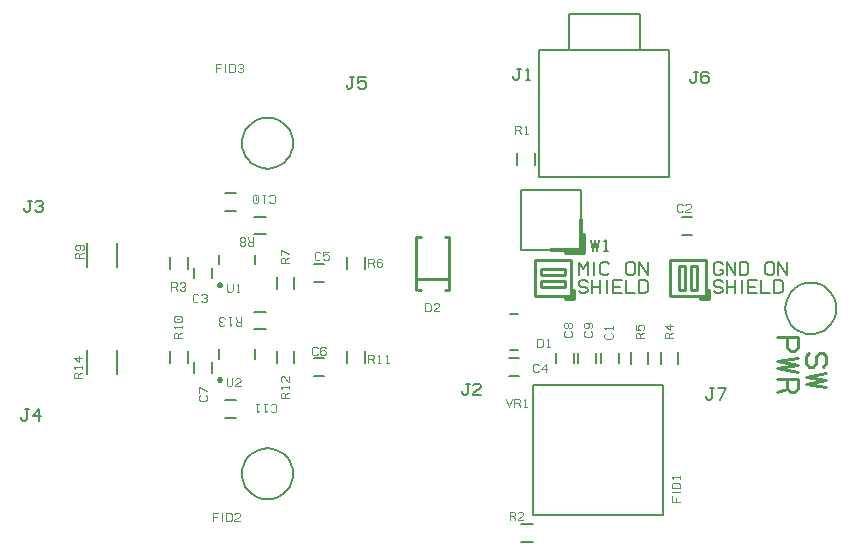
<source format=gbr>
%FSTAX24Y24*%
%MOIN*%
%IN SILK1.GBR *%
%ADD10C,0.0046*%
%ADD11C,0.0060*%
%ADD12C,0.0064*%
%ADD13C,0.0070*%
%ADD14C,0.0071*%
%ADD15C,0.0080*%
%ADD16C,0.0090*%
%ADD17C,0.0100*%
%ADD18C,0.0114*%
%ADD19C,0.0120*%
%ADD20C,0.0140*%
D15*X02017Y006647D02*G01Y006987D01*X01957Y006647D02*Y006987D01*
X007401Y012308D02*X00706D01*X007401Y011708D02*X00706D01*
X007401Y005418D02*X00706D01*X007401Y004818D02*X00706D01*
X022271Y01092D02*X022611D01*X022271Y01152D02*X022611D01*
X006599Y009475D02*Y009816D01*X005999Y009475D02*Y009816D01*
X016849Y006796D02*X016509D01*X016849Y006196D02*X016509D01*
X010353Y009946D02*X010013D01*X010353Y009346D02*X010013D01*
X010353Y006796D02*X010013D01*X010353Y006196D02*X010013D01*
X006599Y006326D02*Y006666D01*X005999Y006326D02*Y006666D01*
X01867Y006647D02*Y006987D01*X01807Y006647D02*Y006987D01*
X01942Y006647D02*Y006987D01*X01882Y006647D02*Y006987D01*D13*
X016831Y008268D02*X016535D01*X016831Y007087D02*X016535D01*D17*
X013421Y009084D02*Y010856D01*X013571D01*X014374D02*X014524D01*
Y009084D01*X014374D01*X013571D02*X013471D01*X014524Y009456D02*
X013424D01*D14*X023634Y009934D02*X023562Y010005D01*X023419D01*
X023348Y009934D01*Y009648D01*X023419Y009576D01*X023562D01*
X023634Y009648D01*Y009755D01*X023562D01*X023776Y009576D02*Y010005D01*
X024062Y009576D01*Y010005D01*X024491Y009934D02*X024419Y010005D01*
X024205D01*Y009576D01*X024419D01*X024491Y009648D01*Y009934D01*
X025348D02*X025276Y010005D01*X025134D01*X025062Y009934D01*Y009648D01*
X025134Y009576D01*X025276D01*X025348Y009648D01*Y009934D01*
X025491Y009576D02*Y010005D01*X025776Y009576D01*Y010005D01*D13*
X019685Y012835D02*X02185D01*Y017087D01*X01752D01*Y012835D01*X019685D01*
Y017087D02*X020866D01*Y018268D01*X018504D01*Y017087D01*X019685D01*
X007615Y002953D02*X007627Y002805D01*X007666Y002662D01*
X007728Y002528D01*X007813Y002406D01*X007918Y002302D01*X00804Y002217D01*
X008174Y002154D01*X008317Y002116D01*X008465Y002103D01*
X008612Y002116D01*X008755Y002154D01*X00889Y002217D01*X009011Y002302D01*
X009116Y002406D01*X009201Y002528D01*X009263Y002662D01*
X009302Y002805D01*X009315Y002953D01*X009302Y0031D01*X009263Y003243D01*
X009201Y003378D01*X009116Y003499D01*X009011Y003604D01*X00889Y003689D01*
X008755Y003751D01*X008612Y00379D01*X008465Y003803D01*X008317Y00379D01*
X008174Y003751D01*X00804Y003689D01*X007918Y003604D01*X007813Y003499D01*
X007728Y003378D01*X007666Y003243D01*X007627Y0031D01*X007615Y002953D01*
Y013976D02*X007627Y013829D01*X007666Y013686D01*X007728Y013551D01*
X007813Y01343D01*X007918Y013325D01*X00804Y01324D01*X008174Y013178D01*
X008317Y013139D01*X008465Y013126D01*X008612Y013139D01*
X008755Y013178D01*X00889Y01324D01*X009011Y013325D01*X009116Y01343D01*
X009201Y013551D01*X009263Y013686D01*X009302Y013829D01*
X009315Y013976D01*X009302Y014124D01*X009263Y014267D01*
X009201Y014401D01*X009116Y014523D01*X009011Y014628D01*X00889Y014712D01*
X008755Y014775D01*X008612Y014813D01*X008465Y014826D01*
X008317Y014813D01*X008174Y014775D01*X00804Y014712D01*X007918Y014628D01*
X007813Y014523D01*X007728Y014401D01*X007666Y014267D01*
X007627Y014124D01*X007615Y013976D01*X025725Y008465D02*
X025738Y008317D01*X025776Y008174D01*X025839Y00804D01*X025924Y007918D01*
X026028Y007813D01*X02615Y007728D01*X026284Y007666D01*X026427Y007627D01*
X026575Y007615D01*X026722Y007627D01*X026866Y007666D01*X027Y007728D01*
X027121Y007813D01*X027226Y007918D01*X027311Y00804D01*X027374Y008174D01*
X027412Y008317D01*X027425Y008465D01*X027412Y008612D01*
X027374Y008755D01*X027311Y00889D01*X027226Y009011D01*X027121Y009116D01*
X027Y009201D01*X026866Y009263D01*X026722Y009302D01*X026575Y009315D01*
X026427Y009302D01*X026284Y009263D01*X02615Y009201D01*X026028Y009116D01*
X025924Y009011D01*X025839Y00889D01*X025776Y008755D01*X025738Y008612D01*
X025725Y008465D01*D14*X018848Y009576D02*Y010005D01*X018991Y009791D01*
X019134Y010005D01*Y009576D01*X019348D02*Y010005D01*X019848Y009934D02*
X019776Y010005D01*X019634D01*X019562Y009934D01*Y009648D01*
X019634Y009576D01*X019776D01*X019848Y009648D01*X020705Y009934D02*
X020634Y010005D01*X020491D01*X020419Y009934D01*Y009648D01*
X020491Y009576D01*X020634D01*X020705Y009648D01*Y009934D01*
X020848Y009576D02*Y010005D01*X021134Y009576D01*Y010005D01*D18*
X02545Y0075D02*X026136D01*Y007157D01*X026021Y007043D01*X025907D01*
X025793Y007157D01*Y0075D01*X026136Y006815D02*X02545Y0067D01*
X026136Y006586D01*X02545Y006472D01*X026136Y006357D01*X02545Y006129D02*
X026136D01*Y005786D01*X026021Y005672D01*X025907D01*X025793Y005786D01*
X02545Y005672D01*X025793Y005786D02*Y006129D01*D15*X016791Y013648D02*
Y013248D01*X017371Y013648D02*Y013248D01*X005222Y007037D02*Y006637D01*
X005802Y007037D02*Y006637D01*X011127Y007037D02*Y006637D01*
X011707Y007037D02*Y006637D01*X008765Y007037D02*Y006637D01*
X009345Y007037D02*Y006637D01*X008415Y008361D02*X008015D01*
X008415Y007781D02*X008015D01*X002463Y007093D02*Y006293D01*
X003443Y007093D02*Y006293D01*X017326Y001274D02*X016926D01*
X017326Y000694D02*X016926D01*X005222Y010186D02*Y009786D01*
X005802Y010186D02*Y009786D01*X02216Y006617D02*Y007017D01*
X02158Y006617D02*Y007017D01*X02116Y006617D02*Y007017D01*
X02058Y006617D02*Y007017D01*X011127Y010186D02*Y009786D01*
X011707Y010186D02*Y009786D01*X009345Y009105D02*Y009505D01*
X008765Y009105D02*Y009505D01*X008415Y01151D02*X008015D01*
X008415Y01093D02*X008015D01*X003443Y009836D02*Y010636D01*
X002463Y009836D02*Y010636D01*D14*X019134Y009334D02*X019062Y009405D01*
X018919D01*X018848Y009334D01*Y009262D01*X018919Y009191D01*X019062D01*
X019134Y009119D01*Y009048D01*X019062Y008976D01*X018919D01*
X018848Y009048D01*X019276Y009405D02*Y009191D01*Y008976D01*Y009191D02*
X019562D01*Y009405D01*Y009191D02*Y008976D01*X019776D02*Y009405D01*
X020276D02*X019991D01*Y009191D01*Y008976D01*X020276D01*
X019991Y009191D02*X020205D01*X020419Y009405D02*Y008976D01*X020705D01*
X021134Y009334D02*X021062Y009405D01*X020848D01*Y008976D01*X021062D01*
X021134Y009048D01*Y009334D01*X023634D02*X023562Y009405D01*X023419D01*
X023348Y009334D01*Y009262D01*X023419Y009191D01*X023562D01*
X023634Y009119D01*Y009048D01*X023562Y008976D01*X023419D01*
X023348Y009048D01*X023776Y009405D02*Y009191D01*Y008976D01*Y009191D02*
X024062D01*Y009405D01*Y009191D02*Y008976D01*X024276D02*Y009405D01*
X024776D02*X024491D01*Y009191D01*Y008976D01*X024776D01*
X024491Y009191D02*X024705D01*X024919Y009405D02*Y008976D01*X025205D01*
X025634Y009334D02*X025562Y009405D01*X025348D01*Y008976D01*X025562D01*
X025634Y009048D01*Y009334D01*D18*X026982Y006527D02*X027096Y006642D01*
Y00687D01*X026982Y006985D01*X026868D01*X026753Y00687D01*Y006642D01*
X026639Y006527D01*X026525D01*X026411Y006642D01*Y00687D01*
X026525Y006985D01*X027096Y006299D02*X026411Y006185D01*X027096Y00607D01*
X026411Y005956D01*X027096Y005842D01*D11*X00686Y010256D02*Y009941D01*
X008061Y010256D02*Y009941D01*D16*X006811Y009248D02*X006817Y009223D01*
X006836Y009205D01*X006861Y009198D01*X006886Y009205D01*
X006904Y009223D01*X006911Y009248D01*X006904Y009273D01*
X006886Y009292D01*X006861Y009298D01*X006836Y009292D01*
X006817Y009273D01*X006811Y009248D01*D11*X00686Y007106D02*Y006791D01*
X008061Y007106D02*Y006791D01*D16*X006811Y006099D02*X006817Y006074D01*
X006836Y006056D01*X006861Y006049D01*X006886Y006056D01*
X006904Y006074D01*X006911Y006099D01*X006904Y006124D01*
X006886Y006142D01*X006861Y006149D01*X006836Y006142D01*
X006817Y006124D01*X006811Y006099D01*D13*X019488Y001575D02*X021654D01*
Y005906D01*X017323D01*Y001575D01*X019488D01*X018913Y012417D02*
X016913D01*Y010417D01*X018913D01*D19*X017913D01*D13*X018913D02*
Y012417D01*D19*Y010417D02*Y011417D01*D17*X017976Y009576D02*X018376D01*
Y009776D01*X017576D01*Y009576D01*X017976D01*Y009176D02*X018376D01*
Y009376D01*X017576D01*Y009176D01*X017976D01*Y008876D02*X018576D01*
Y010076D01*X017376D01*Y008876D01*X017976D01*X018376D02*Y008776D01*
X018413Y008817D01*X018376Y008776D02*X018676D01*X018626D01*X018676D02*
Y009076D01*X018576D01*X018676Y008776D02*Y008876D01*X018576D01*
Y008776D01*X018626D01*D20*X019013Y010917D02*Y010317D01*X018413D01*D17*
X022476Y008876D02*X023076D01*Y010076D01*X021876D01*Y008876D01*
X022476D01*X022176Y009476D02*Y009076D01*X022376D01*Y009876D01*
X022176D01*Y009476D01*X022576D02*Y009076D01*X022776D01*Y009876D01*
X022576D01*Y009476D01*X023176Y008776D02*Y009076D01*X022876Y008776D02*
X023176D01*X023126D01*X023176D02*Y008876D01*X023076D01*Y008776D01*
X023126D01*X022876D02*Y008876D01*X023076Y009076D02*X023176D01*D10*
X019739Y007638D02*X019693Y007592D01*Y007501D01*X019739Y007455D01*
X019921D01*X019967Y007501D01*Y007592D01*X019921Y007638D01*
X019739Y007775D02*X019693Y007821D01*X019967D01*Y007867D01*Y007821D02*
Y007775D01*X008528Y012027D02*X008574Y011981D01*X008665D01*
X008711Y012027D01*Y01221D01*X008665Y012255D01*X008574D01*
X008528Y01221D01*X008391Y012027D02*X008345Y011981D01*Y012255D01*
X008299D01*X008345D02*X008391D01*X007979Y012027D02*X008025Y011981D01*
X008117D01*X008162Y012027D01*Y01221D01*X008117Y012255D01*X008025D01*
X007979Y01221D01*Y012027D01*X008071Y012073D02*Y012164D01*
X008577Y00505D02*X008622Y005004D01*X008714D01*X008759Y00505D01*
Y005232D01*X008714Y005278D01*X008622D01*X008577Y005232D01*
X008439Y00505D02*X008394Y005004D01*Y005278D01*X008348D01*X008394D02*
X008439D01*X008165Y00505D02*X008119Y005004D01*Y005278D01*X008074D01*
X008119D02*X008165D01*X022305Y011905D02*X022259Y011951D01*X022168D01*
X022122Y011905D01*Y011722D01*X022168Y011676D01*X022259D01*
X022305Y011722D01*X022396Y011905D02*X022442Y011951D01*X022534D01*
X022579Y011905D01*Y011859D01*X022534Y011814D01*X022396Y011722D01*
Y011676D01*X022579D01*X006163Y008906D02*X006117Y008951D01*X006026D01*
X00598Y008906D01*Y008723D01*X006026Y008677D01*X006117D01*
X006163Y008723D01*X006254Y008906D02*X0063Y008951D01*X006391D01*
X006437Y008906D01*Y00886D01*X006391Y008814D01*X006437Y008769D01*
Y008723D01*X006391Y008677D01*X0063D01*X006254Y008723D01*
X006391Y008814D02*X006346D01*X017506Y00657D02*X01746Y006615D01*
X017369D01*X017323Y00657D01*Y006387D01*X017369Y006341D01*X01746D01*
X017506Y006387D01*X017734Y006341D02*Y006615D01*X017597Y006455D01*
X01778D01*X010231Y010312D02*X010185Y010357D01*X010094D01*
X010048Y010312D01*Y010129D01*X010094Y010083D01*X010185D01*
X010231Y010129D01*X010505Y010357D02*X010322D01*Y01022D01*
X010368Y010266D01*X010459D01*X010505Y01022D01*Y010129D01*
X010459Y010083D01*X010368D01*X010322Y010129D01*X010133Y007132D02*
X010087Y007178D01*X009996D01*X00995Y007132D01*Y006949D01*
X009996Y006904D01*X010087D01*X010133Y006949D01*X010407Y007132D02*
X010361Y007178D01*X01027D01*X010224Y007132D01*Y006949D01*
X01027Y006904D01*X010361D01*X010407Y006949D01*Y007018D01*
X010361Y007064D01*X01027D01*X010224Y007018D01*X006218Y005567D02*
X006172Y005521D01*Y00543D01*X006218Y005384D01*X006401D01*
X006447Y00543D01*Y005521D01*X006401Y005567D01*X006172Y005658D02*
Y005841D01*X006447Y005704D01*X018392Y007705D02*X018346Y007659D01*
Y007568D01*X018392Y007522D01*X018574D01*X01862Y007568D01*Y007659D01*
X018574Y007705D01*X018483Y007934D02*X018437Y007979D01*X018392D01*
X018346Y007934D01*Y007842D01*X018392Y007796D01*X018437D01*
X018483Y007842D01*Y007934D01*X018529Y007979D01*X018574D01*
X01862Y007934D01*Y007842D01*X018574Y007796D01*X018529D01*
X018483Y007842D01*X019052Y007705D02*X019006Y007659D01*Y007568D01*
X019052Y007522D01*X019234D01*X01928Y007568D01*Y007659D01*
X019234Y007705D01*Y007796D02*X01928Y007842D01*Y007934D01*
X019234Y007979D01*X019052D01*X019006Y007934D01*Y007842D01*
X019052Y007796D01*X01912D01*X019166Y007842D01*Y007934D01*
X01912Y007979D01*X017646Y007415D02*X0176Y00746D01*X017463D01*
Y007186D01*X0176D01*X017646Y007232D01*Y007415D01*X017783D02*
X017829Y00746D01*Y007186D01*X017874D01*X017829D02*X017783D01*
X013907Y008594D02*X013861Y00864D01*X013724D01*Y008366D01*X013861D01*
X013907Y008411D01*Y008594D01*X013998D02*X014044Y00864D01*X014135D01*
X014181Y008594D01*Y008548D01*X014135Y008503D01*X013998Y008411D01*
Y008366D01*X014181D01*X021933Y002197D02*Y002014D01*X02207D01*
X022207D01*X02207D02*Y002151D01*X022207Y002334D02*X021933D01*
X021979Y002654D02*X021933Y002609D01*Y002471D01*X022207D01*Y002609D01*
X022162Y002654D01*X021979D01*Y002791D02*X021933Y002837D01*X022207D01*
Y002883D01*Y002837D02*Y002791D01*X006815Y001652D02*X006632D01*
Y001515D01*Y001378D01*Y001515D02*X006769D01*X006952Y001378D02*
Y001652D01*X007272Y001607D02*X007227Y001652D01*X007089D01*Y001378D01*
X007227D01*X007272Y001424D01*Y001607D01*X007364D02*X007409Y001652D01*
X007501D01*X007547Y001607D01*Y001561D01*X007501Y001515D01*
X007364Y001424D01*Y001378D01*X007547D01*X006921Y016613D02*X006739D01*
Y016476D01*Y016339D01*Y016476D02*X006876D01*X007059Y016339D02*
Y016613D01*X007379Y016567D02*X007333Y016613D01*X007196D01*Y016339D01*
X007333D01*X007379Y016384D01*Y016567D01*X00747D02*X007516Y016613D01*
X007607D01*X007653Y016567D01*Y016521D01*X007607Y016476D01*
X007653Y01643D01*Y016384D01*X007607Y016339D01*X007516D01*
X00747Y016384D01*X007607Y016476D02*X007561D01*D12*X016641Y016205D02*
Y016141D01*X016705Y016076D01*X016769D01*X016834Y016141D01*Y016462D01*
X016769D01*X016898D01*X017091Y016398D02*X017155Y016462D01*Y016076D01*
X017219D01*X017155D02*X017091D01*X014941Y005705D02*Y005641D01*
X015005Y005576D01*X015069D01*X015134Y005641D01*Y005962D01*X015069D01*
X015198D01*X015326Y005898D02*X015391Y005962D01*X015519D01*
X015584Y005898D01*Y005834D01*X015519Y005769D01*X015326Y005641D01*
Y005576D01*X015584D01*X000341Y011805D02*Y011741D01*X000405Y011676D01*
X000469D01*X000534Y011741D01*Y012062D01*X000469D01*X000598D01*
X000726Y011998D02*X000791Y012062D01*X000919D01*X000984Y011998D01*
Y011934D01*X000919Y011869D01*X000984Y011805D01*Y011741D01*
X000919Y011676D01*X000791D01*X000726Y011741D01*X000919Y011869D02*
X000855D01*X000261Y004853D02*Y004789D01*X000325Y004724D01*X00039D01*
X000454Y004789D01*Y00511D01*X00039D01*X000518D01*X00084Y004724D02*
Y00511D01*X000647Y004885D01*X000904D01*X0111Y01591D02*Y015846D01*
X011164Y015781D01*X011228D01*X011293Y015846D01*Y016167D01*X011228D01*
X011357D01*X011743D02*X011485D01*Y015974D01*X01155Y016039D01*
X011678D01*X011743Y015974D01*Y015846D01*X011678Y015781D01*X01155D01*
X011485Y015846D01*X022541Y016105D02*Y016041D01*X022605Y015976D01*
X022669D01*X022734Y016041D01*Y016362D01*X022669D01*X022798D01*
X023184Y016298D02*X023119Y016362D01*X022991D01*X022926Y016298D01*
Y016041D01*X022991Y015976D01*X023119D01*X023184Y016041D01*Y016137D01*
X023119Y016201D01*X022991D01*X022926Y016137D01*X023092Y005551D02*
Y005487D01*X023157Y005422D01*X023221D01*X023285Y005487D01*Y005808D01*
X023221D01*X023349D01*X023478D02*X023735D01*X023542Y005422D01*D10*
X016726Y01428D02*Y014555D01*X016863D01*X016909Y014509D01*Y014463D01*
X016863Y014418D01*X016909Y01428D01*X016863Y014418D02*X016726D01*
X017046Y014509D02*X017092Y014555D01*Y01428D01*X017138D01*X017092D02*
X017046D01*X00562Y007477D02*X005346D01*Y007614D01*X005391Y00766D01*
X005437D01*X005483Y007614D01*X00562Y00766D01*X005483Y007614D02*
Y007477D01*X005391Y007797D02*X005346Y007842D01*X00562D01*Y007888D01*
Y007842D02*Y007797D01*X005391Y008208D02*X005346Y008162D01*Y008071D01*
X005391Y008025D01*X005574D01*X00562Y008071D01*Y008162D01*
X005574Y008208D01*X005391D01*X005437Y008117D02*X005528D01*
X011815Y006646D02*Y00692D01*X011952D01*X011998Y006875D01*Y006829D01*
X011952Y006783D01*X011998Y006646D01*X011952Y006783D02*X011815D01*
X012135Y006875D02*X012181Y00692D01*Y006646D01*X012227D01*X012181D02*
X012135D01*X012409Y006875D02*X012455Y00692D01*Y006646D01*X012501D01*
X012455D02*X012409D01*X009193Y005466D02*X008919D01*Y005603D01*
X008964Y005649D01*X00901D01*X009056Y005603D01*X009193Y005649D01*
X009056Y005603D02*Y005466D01*X008964Y005786D02*X008919Y005832D01*
X009193D01*Y005878D01*Y005832D02*Y005786D01*X008964Y006015D02*
X008919Y00606D01*Y006152D01*X008964Y006198D01*X00901D01*
X009056Y006152D01*X009147Y006015D01*X009193D01*Y006198D01*
X007581Y008166D02*Y007892D01*X007444D01*X007398Y007938D01*Y007984D01*
X007444Y008029D01*X007398Y008166D01*X007444Y008029D02*X007581D01*
X007261Y007938D02*X007215Y007892D01*Y008166D01*X00717D01*X007215D02*
X007261D01*X007033Y007938D02*X006987Y007892D01*X006895D01*
X00685Y007938D01*Y007984D01*X006895Y008029D01*X00685Y008075D01*
Y008121D01*X006895Y008166D01*X006987D01*X007033Y008121D01*
X006895Y008029D02*X006941D01*X002293Y006133D02*X002018D01*Y00627D01*
X002064Y006316D01*X00211D01*X002156Y00627D01*X002293Y006316D01*
X002156Y00627D02*Y006133D01*X002064Y006453D02*X002018Y006499D01*
X002293D01*Y006545D01*Y006499D02*Y006453D01*Y006819D02*X002018D01*
X002178Y006682D01*Y006865D01*X01654Y001404D02*Y001678D01*X016677D01*
X016723Y001633D01*Y001587D01*X016677Y001541D01*X016723Y001404D01*
X016677Y001541D02*X01654D01*X016815Y001633D02*X01686Y001678D01*
X016952D01*X016997Y001633D01*Y001587D01*X016952Y001541D01*
X016815Y00145D01*Y001404D01*X016997D01*X005261Y009056D02*Y00933D01*
X005398D01*X005443Y009284D01*Y009239D01*X005398Y009193D01*
X005443Y009056D01*X005398Y009193D02*X005261D01*X005535Y009284D02*
X005581Y00933D01*X005672D01*X005718Y009284D01*Y009239D01*
X005672Y009193D01*X005718Y009147D01*Y009101D01*X005672Y009056D01*
X005581D01*X005535Y009101D01*X005672Y009193D02*X005626D01*
X021989Y007479D02*X021714D01*Y007616D01*X02176Y007662D01*X021806D01*
X021852Y007616D01*X021989Y007662D01*X021852Y007616D02*Y007479D01*
X021989Y007891D02*X021714D01*X021874Y007754D01*Y007936D01*
X021014Y007469D02*X02074D01*Y007606D01*X020786Y007652D01*X020831D01*
X020877Y007606D01*X021014Y007652D01*X020877Y007606D02*Y007469D01*
X02074Y007926D02*Y007743D01*X020877D01*X020831Y007789D01*Y007881D01*
X020877Y007926D01*X020968D01*X021014Y007881D01*Y007789D01*
X020968Y007743D01*X01183Y00985D02*Y010125D01*X011967D01*
X012013Y010079D01*Y010033D01*X011967Y009987D01*X012013Y00985D01*
X011967Y009987D02*X01183D01*X012287Y010079D02*X012241Y010125D01*
X01215D01*X012104Y010079D01*Y009896D01*X01215Y00985D01*X012241D01*
X012287Y009896D01*Y009965D01*X012241Y01001D01*X01215D01*
X012104Y009965D01*X009193Y009966D02*X008919D01*Y010103D01*
X008964Y010149D01*X00901D01*X009056Y010103D01*X009193Y010149D01*
X009056Y010103D02*Y009966D01*X008919Y01024D02*Y010423D01*
X009193Y010286D01*X007989Y01083D02*Y010556D01*X007852D01*
X007806Y010602D01*Y010648D01*X007852Y010693D01*X007806Y01083D01*
X007852Y010693D02*X007989D01*X007577D02*X007532Y010648D01*Y010602D01*
X007577Y010556D01*X007669D01*X007715Y010602D01*Y010648D01*
X007669Y010693D01*X007577D01*X007532Y010739D01*Y010785D01*
X007577Y01083D01*X007669D01*X007715Y010785D01*Y010739D01*
X007669Y010693D01*X002335Y010136D02*X00206D01*Y010273D01*
X002106Y010319D01*X002152D01*X002197Y010273D01*X002335Y010319D01*
X002197Y010273D02*Y010136D01*X002289Y01041D02*X002335Y010456D01*
Y010547D01*X002289Y010593D01*X002106D01*X00206Y010547D01*Y010456D01*
X002106Y01041D01*X002175D01*X00222Y010456D01*Y010547D01*
X002175Y010593D01*X007118Y009295D02*Y009067D01*X007164Y009021D01*
X007256D01*X007301Y009067D01*Y009295D01*X007438Y00925D02*
X007484Y009295D01*Y009021D01*X00753D01*X007484D02*X007438D01*
X007113Y006137D02*Y005909D01*X007158Y005863D01*X00725D01*
X007295Y005909D01*Y006137D01*X007387Y006092D02*X007433Y006137D01*
X007524D01*X00757Y006092D01*Y006046D01*X007524Y006D01*
X007387Y005909D01*Y005863D01*X00757D01*X016422Y005451D02*
X016514Y005176D01*X016605Y005451D01*X016696Y005176D02*Y005451D01*
X016834D01*X016879Y005405D01*Y005359D01*X016834Y005314D01*
X016879Y005176D01*X016834Y005314D02*X016696D01*X017016Y005405D02*
X017062Y005451D01*Y005176D01*X017108D01*X017062D02*X017016D01*D12*
X019241Y010762D02*X019305Y010376D01*X019369Y010762D01*
X019434Y010376D01*X019498Y010762D01*X019691Y010698D02*
X019755Y010762D01*Y010376D01*X019819D01*X019755D02*X019691D01*
M02*
</source>
